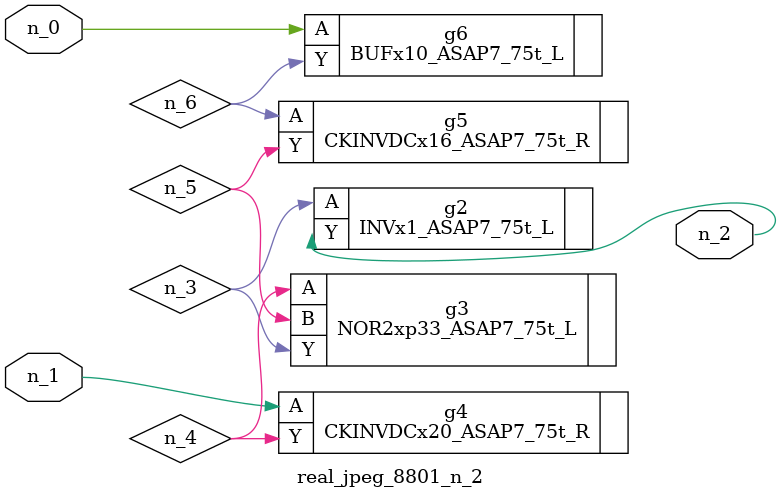
<source format=v>
module real_jpeg_8801_n_2 (n_1, n_0, n_2);

input n_1;
input n_0;

output n_2;

wire n_5;
wire n_4;
wire n_6;
wire n_3;

BUFx10_ASAP7_75t_L g6 ( 
.A(n_0),
.Y(n_6)
);

CKINVDCx20_ASAP7_75t_R g4 ( 
.A(n_1),
.Y(n_4)
);

INVx1_ASAP7_75t_L g2 ( 
.A(n_3),
.Y(n_2)
);

NOR2xp33_ASAP7_75t_L g3 ( 
.A(n_4),
.B(n_5),
.Y(n_3)
);

CKINVDCx16_ASAP7_75t_R g5 ( 
.A(n_6),
.Y(n_5)
);


endmodule
</source>
